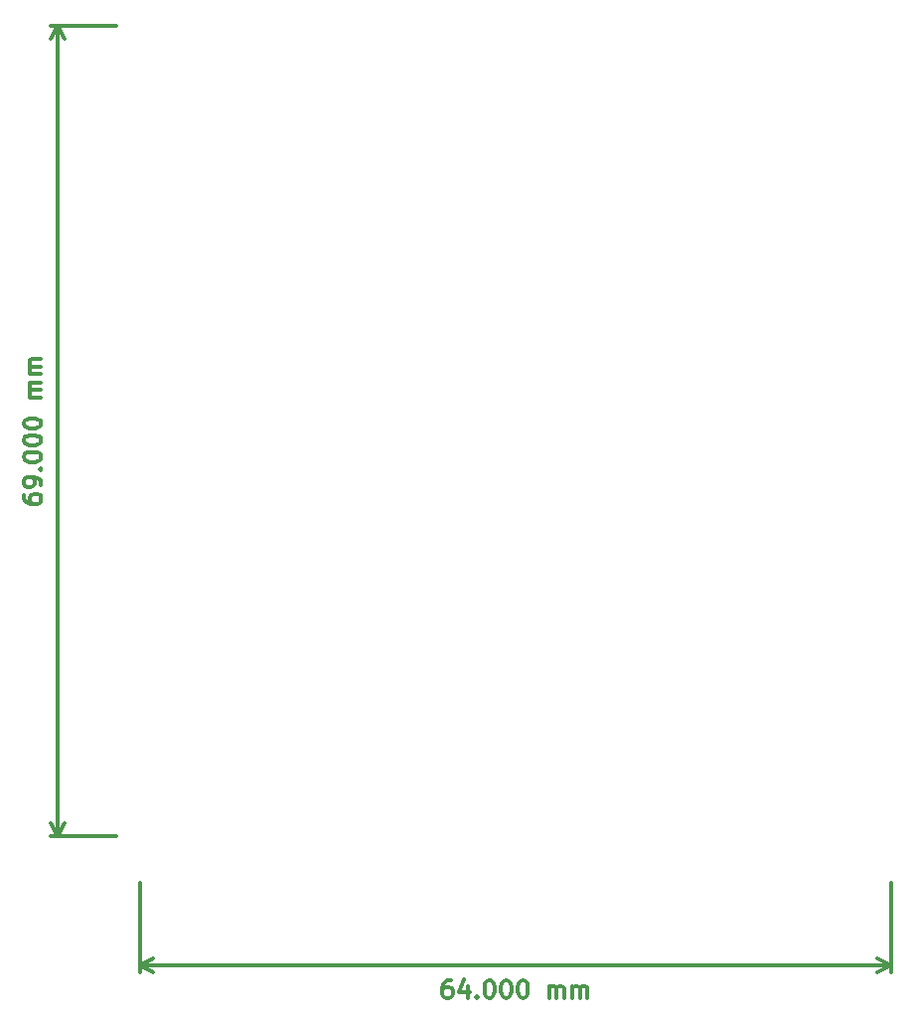
<source format=gbr>
G04 #@! TF.GenerationSoftware,KiCad,Pcbnew,(5.0.0)*
G04 #@! TF.CreationDate,2018-12-18T17:12:43+00:00*
G04 #@! TF.ProjectId,lm3150,6C6D333135302E6B696361645F706362,rev?*
G04 #@! TF.SameCoordinates,Original*
G04 #@! TF.FileFunction,Drawing*
%FSLAX46Y46*%
G04 Gerber Fmt 4.6, Leading zero omitted, Abs format (unit mm)*
G04 Created by KiCad (PCBNEW (5.0.0)) date 12/18/18 17:12:43*
%MOMM*%
%LPD*%
G01*
G04 APERTURE LIST*
%ADD10C,0.300000*%
G04 APERTURE END LIST*
D10*
X85078571Y-76000000D02*
X85078571Y-76285714D01*
X85150000Y-76428571D01*
X85221428Y-76500000D01*
X85435714Y-76642857D01*
X85721428Y-76714285D01*
X86292857Y-76714285D01*
X86435714Y-76642857D01*
X86507142Y-76571428D01*
X86578571Y-76428571D01*
X86578571Y-76142857D01*
X86507142Y-76000000D01*
X86435714Y-75928571D01*
X86292857Y-75857142D01*
X85935714Y-75857142D01*
X85792857Y-75928571D01*
X85721428Y-76000000D01*
X85650000Y-76142857D01*
X85650000Y-76428571D01*
X85721428Y-76571428D01*
X85792857Y-76642857D01*
X85935714Y-76714285D01*
X86578571Y-75142857D02*
X86578571Y-74857142D01*
X86507142Y-74714285D01*
X86435714Y-74642857D01*
X86221428Y-74500000D01*
X85935714Y-74428571D01*
X85364285Y-74428571D01*
X85221428Y-74500000D01*
X85150000Y-74571428D01*
X85078571Y-74714285D01*
X85078571Y-75000000D01*
X85150000Y-75142857D01*
X85221428Y-75214285D01*
X85364285Y-75285714D01*
X85721428Y-75285714D01*
X85864285Y-75214285D01*
X85935714Y-75142857D01*
X86007142Y-75000000D01*
X86007142Y-74714285D01*
X85935714Y-74571428D01*
X85864285Y-74500000D01*
X85721428Y-74428571D01*
X86435714Y-73785714D02*
X86507142Y-73714285D01*
X86578571Y-73785714D01*
X86507142Y-73857142D01*
X86435714Y-73785714D01*
X86578571Y-73785714D01*
X85078571Y-72785714D02*
X85078571Y-72642857D01*
X85150000Y-72500000D01*
X85221428Y-72428571D01*
X85364285Y-72357142D01*
X85650000Y-72285714D01*
X86007142Y-72285714D01*
X86292857Y-72357142D01*
X86435714Y-72428571D01*
X86507142Y-72500000D01*
X86578571Y-72642857D01*
X86578571Y-72785714D01*
X86507142Y-72928571D01*
X86435714Y-73000000D01*
X86292857Y-73071428D01*
X86007142Y-73142857D01*
X85650000Y-73142857D01*
X85364285Y-73071428D01*
X85221428Y-73000000D01*
X85150000Y-72928571D01*
X85078571Y-72785714D01*
X85078571Y-71357142D02*
X85078571Y-71214285D01*
X85150000Y-71071428D01*
X85221428Y-71000000D01*
X85364285Y-70928571D01*
X85650000Y-70857142D01*
X86007142Y-70857142D01*
X86292857Y-70928571D01*
X86435714Y-71000000D01*
X86507142Y-71071428D01*
X86578571Y-71214285D01*
X86578571Y-71357142D01*
X86507142Y-71500000D01*
X86435714Y-71571428D01*
X86292857Y-71642857D01*
X86007142Y-71714285D01*
X85650000Y-71714285D01*
X85364285Y-71642857D01*
X85221428Y-71571428D01*
X85150000Y-71500000D01*
X85078571Y-71357142D01*
X85078571Y-69928571D02*
X85078571Y-69785714D01*
X85150000Y-69642857D01*
X85221428Y-69571428D01*
X85364285Y-69500000D01*
X85650000Y-69428571D01*
X86007142Y-69428571D01*
X86292857Y-69500000D01*
X86435714Y-69571428D01*
X86507142Y-69642857D01*
X86578571Y-69785714D01*
X86578571Y-69928571D01*
X86507142Y-70071428D01*
X86435714Y-70142857D01*
X86292857Y-70214285D01*
X86007142Y-70285714D01*
X85650000Y-70285714D01*
X85364285Y-70214285D01*
X85221428Y-70142857D01*
X85150000Y-70071428D01*
X85078571Y-69928571D01*
X86578571Y-67642857D02*
X85578571Y-67642857D01*
X85721428Y-67642857D02*
X85650000Y-67571428D01*
X85578571Y-67428571D01*
X85578571Y-67214285D01*
X85650000Y-67071428D01*
X85792857Y-67000000D01*
X86578571Y-67000000D01*
X85792857Y-67000000D02*
X85650000Y-66928571D01*
X85578571Y-66785714D01*
X85578571Y-66571428D01*
X85650000Y-66428571D01*
X85792857Y-66357142D01*
X86578571Y-66357142D01*
X86578571Y-65642857D02*
X85578571Y-65642857D01*
X85721428Y-65642857D02*
X85650000Y-65571428D01*
X85578571Y-65428571D01*
X85578571Y-65214285D01*
X85650000Y-65071428D01*
X85792857Y-65000000D01*
X86578571Y-65000000D01*
X85792857Y-65000000D02*
X85650000Y-64928571D01*
X85578571Y-64785714D01*
X85578571Y-64571428D01*
X85650000Y-64428571D01*
X85792857Y-64357142D01*
X86578571Y-64357142D01*
X88000000Y-105000000D02*
X88000000Y-36000000D01*
X93000000Y-105000000D02*
X87413579Y-105000000D01*
X93000000Y-36000000D02*
X87413579Y-36000000D01*
X88000000Y-36000000D02*
X88586421Y-37126504D01*
X88000000Y-36000000D02*
X87413579Y-37126504D01*
X88000000Y-105000000D02*
X88586421Y-103873496D01*
X88000000Y-105000000D02*
X87413579Y-103873496D01*
X121500000Y-117278571D02*
X121214285Y-117278571D01*
X121071428Y-117350000D01*
X121000000Y-117421428D01*
X120857142Y-117635714D01*
X120785714Y-117921428D01*
X120785714Y-118492857D01*
X120857142Y-118635714D01*
X120928571Y-118707142D01*
X121071428Y-118778571D01*
X121357142Y-118778571D01*
X121500000Y-118707142D01*
X121571428Y-118635714D01*
X121642857Y-118492857D01*
X121642857Y-118135714D01*
X121571428Y-117992857D01*
X121500000Y-117921428D01*
X121357142Y-117850000D01*
X121071428Y-117850000D01*
X120928571Y-117921428D01*
X120857142Y-117992857D01*
X120785714Y-118135714D01*
X122928571Y-117778571D02*
X122928571Y-118778571D01*
X122571428Y-117207142D02*
X122214285Y-118278571D01*
X123142857Y-118278571D01*
X123714285Y-118635714D02*
X123785714Y-118707142D01*
X123714285Y-118778571D01*
X123642857Y-118707142D01*
X123714285Y-118635714D01*
X123714285Y-118778571D01*
X124714285Y-117278571D02*
X124857142Y-117278571D01*
X125000000Y-117350000D01*
X125071428Y-117421428D01*
X125142857Y-117564285D01*
X125214285Y-117850000D01*
X125214285Y-118207142D01*
X125142857Y-118492857D01*
X125071428Y-118635714D01*
X125000000Y-118707142D01*
X124857142Y-118778571D01*
X124714285Y-118778571D01*
X124571428Y-118707142D01*
X124500000Y-118635714D01*
X124428571Y-118492857D01*
X124357142Y-118207142D01*
X124357142Y-117850000D01*
X124428571Y-117564285D01*
X124500000Y-117421428D01*
X124571428Y-117350000D01*
X124714285Y-117278571D01*
X126142857Y-117278571D02*
X126285714Y-117278571D01*
X126428571Y-117350000D01*
X126500000Y-117421428D01*
X126571428Y-117564285D01*
X126642857Y-117850000D01*
X126642857Y-118207142D01*
X126571428Y-118492857D01*
X126500000Y-118635714D01*
X126428571Y-118707142D01*
X126285714Y-118778571D01*
X126142857Y-118778571D01*
X126000000Y-118707142D01*
X125928571Y-118635714D01*
X125857142Y-118492857D01*
X125785714Y-118207142D01*
X125785714Y-117850000D01*
X125857142Y-117564285D01*
X125928571Y-117421428D01*
X126000000Y-117350000D01*
X126142857Y-117278571D01*
X127571428Y-117278571D02*
X127714285Y-117278571D01*
X127857142Y-117350000D01*
X127928571Y-117421428D01*
X128000000Y-117564285D01*
X128071428Y-117850000D01*
X128071428Y-118207142D01*
X128000000Y-118492857D01*
X127928571Y-118635714D01*
X127857142Y-118707142D01*
X127714285Y-118778571D01*
X127571428Y-118778571D01*
X127428571Y-118707142D01*
X127357142Y-118635714D01*
X127285714Y-118492857D01*
X127214285Y-118207142D01*
X127214285Y-117850000D01*
X127285714Y-117564285D01*
X127357142Y-117421428D01*
X127428571Y-117350000D01*
X127571428Y-117278571D01*
X129857142Y-118778571D02*
X129857142Y-117778571D01*
X129857142Y-117921428D02*
X129928571Y-117850000D01*
X130071428Y-117778571D01*
X130285714Y-117778571D01*
X130428571Y-117850000D01*
X130500000Y-117992857D01*
X130500000Y-118778571D01*
X130500000Y-117992857D02*
X130571428Y-117850000D01*
X130714285Y-117778571D01*
X130928571Y-117778571D01*
X131071428Y-117850000D01*
X131142857Y-117992857D01*
X131142857Y-118778571D01*
X131857142Y-118778571D02*
X131857142Y-117778571D01*
X131857142Y-117921428D02*
X131928571Y-117850000D01*
X132071428Y-117778571D01*
X132285714Y-117778571D01*
X132428571Y-117850000D01*
X132500000Y-117992857D01*
X132500000Y-118778571D01*
X132500000Y-117992857D02*
X132571428Y-117850000D01*
X132714285Y-117778571D01*
X132928571Y-117778571D01*
X133071428Y-117850000D01*
X133142857Y-117992857D01*
X133142857Y-118778571D01*
X95000000Y-116000000D02*
X159000000Y-116000000D01*
X95000000Y-109000000D02*
X95000000Y-116586421D01*
X159000000Y-109000000D02*
X159000000Y-116586421D01*
X159000000Y-116000000D02*
X157873496Y-116586421D01*
X159000000Y-116000000D02*
X157873496Y-115413579D01*
X95000000Y-116000000D02*
X96126504Y-116586421D01*
X95000000Y-116000000D02*
X96126504Y-115413579D01*
M02*

</source>
